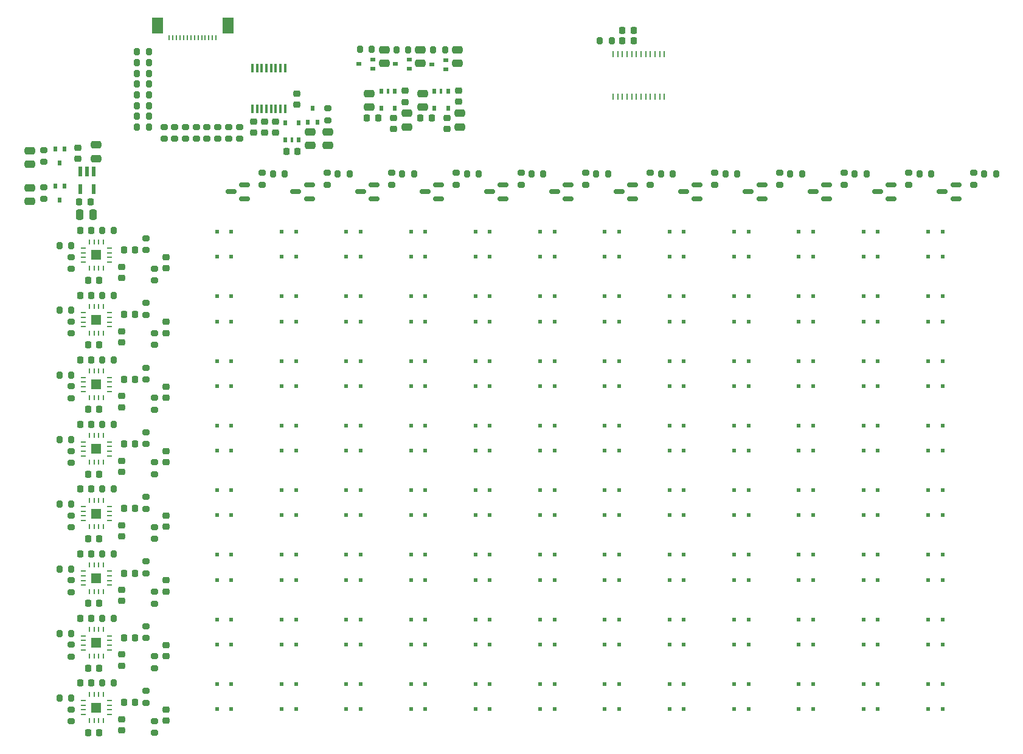
<source format=gbp>
%TF.GenerationSoftware,KiCad,Pcbnew,(6.0.5)*%
%TF.CreationDate,2022-11-15T17:21:09-05:00*%
%TF.ProjectId,OPSpec_v0.1.0-rounded,4f505370-6563-45f7-9630-2e312e302d72,rev?*%
%TF.SameCoordinates,Original*%
%TF.FileFunction,Paste,Bot*%
%TF.FilePolarity,Positive*%
%FSLAX46Y46*%
G04 Gerber Fmt 4.6, Leading zero omitted, Abs format (unit mm)*
G04 Created by KiCad (PCBNEW (6.0.5)) date 2022-11-15 17:21:09*
%MOMM*%
%LPD*%
G01*
G04 APERTURE LIST*
G04 Aperture macros list*
%AMRoundRect*
0 Rectangle with rounded corners*
0 $1 Rounding radius*
0 $2 $3 $4 $5 $6 $7 $8 $9 X,Y pos of 4 corners*
0 Add a 4 corners polygon primitive as box body*
4,1,4,$2,$3,$4,$5,$6,$7,$8,$9,$2,$3,0*
0 Add four circle primitives for the rounded corners*
1,1,$1+$1,$2,$3*
1,1,$1+$1,$4,$5*
1,1,$1+$1,$6,$7*
1,1,$1+$1,$8,$9*
0 Add four rect primitives between the rounded corners*
20,1,$1+$1,$2,$3,$4,$5,0*
20,1,$1+$1,$4,$5,$6,$7,0*
20,1,$1+$1,$6,$7,$8,$9,0*
20,1,$1+$1,$8,$9,$2,$3,0*%
G04 Aperture macros list end*
%ADD10RoundRect,0.035000X0.235000X-0.250000X0.235000X0.250000X-0.235000X0.250000X-0.235000X-0.250000X0*%
%ADD11RoundRect,0.200000X0.275000X-0.200000X0.275000X0.200000X-0.275000X0.200000X-0.275000X-0.200000X0*%
%ADD12RoundRect,0.250000X0.475000X-0.250000X0.475000X0.250000X-0.475000X0.250000X-0.475000X-0.250000X0*%
%ADD13RoundRect,0.200000X-0.275000X0.200000X-0.275000X-0.200000X0.275000X-0.200000X0.275000X0.200000X0*%
%ADD14RoundRect,0.225000X-0.225000X-0.250000X0.225000X-0.250000X0.225000X0.250000X-0.225000X0.250000X0*%
%ADD15RoundRect,0.225000X0.250000X-0.225000X0.250000X0.225000X-0.250000X0.225000X-0.250000X-0.225000X0*%
%ADD16RoundRect,0.225000X0.225000X0.250000X-0.225000X0.250000X-0.225000X-0.250000X0.225000X-0.250000X0*%
%ADD17R,0.695000X0.540000*%
%ADD18RoundRect,0.200000X0.200000X0.275000X-0.200000X0.275000X-0.200000X-0.275000X0.200000X-0.275000X0*%
%ADD19R,0.224000X0.640000*%
%ADD20R,0.640000X0.224000*%
%ADD21R,1.350000X1.350000*%
%ADD22RoundRect,0.250000X0.250000X0.475000X-0.250000X0.475000X-0.250000X-0.475000X0.250000X-0.475000X0*%
%ADD23RoundRect,0.225000X-0.250000X0.225000X-0.250000X-0.225000X0.250000X-0.225000X0.250000X0.225000X0*%
%ADD24R,0.560000X0.700000*%
%ADD25R,0.420000X0.700000*%
%ADD26RoundRect,0.200000X-0.200000X-0.275000X0.200000X-0.275000X0.200000X0.275000X-0.200000X0.275000X0*%
%ADD27RoundRect,0.150000X0.587500X0.150000X-0.587500X0.150000X-0.587500X-0.150000X0.587500X-0.150000X0*%
%ADD28RoundRect,0.000000X-0.140000X0.516250X-0.140000X-0.516250X0.140000X-0.516250X0.140000X0.516250X0*%
%ADD29R,0.540000X0.695000*%
%ADD30R,0.210000X0.770000*%
%ADD31R,1.610000X2.170000*%
%ADD32RoundRect,0.250000X-0.475000X0.250000X-0.475000X-0.250000X0.475000X-0.250000X0.475000X0.250000X0*%
%ADD33R,0.600000X1.400000*%
%ADD34R,0.288000X0.944000*%
G04 APERTURE END LIST*
D10*
X151980000Y-230240000D03*
X153980000Y-230240000D03*
X151980000Y-226740000D03*
X153980000Y-226740000D03*
X133980000Y-257240000D03*
X135980000Y-257240000D03*
X133980000Y-253740000D03*
X135980000Y-253740000D03*
X196980000Y-230240000D03*
X198980000Y-230240000D03*
X196980000Y-226740000D03*
X198980000Y-226740000D03*
X169980000Y-221240000D03*
X171980000Y-221240000D03*
X169980000Y-217740000D03*
X171980000Y-217740000D03*
X205980000Y-239240000D03*
X207980000Y-239240000D03*
X205980000Y-235740000D03*
X207980000Y-235740000D03*
X151980000Y-221240000D03*
X153980000Y-221240000D03*
X151980000Y-217740000D03*
X153980000Y-217740000D03*
X187980000Y-212240000D03*
X189980000Y-212240000D03*
X187980000Y-208740000D03*
X189980000Y-208740000D03*
X115980000Y-239240000D03*
X117980000Y-239240000D03*
X115980000Y-235740000D03*
X117980000Y-235740000D03*
X133980000Y-221240000D03*
X135980000Y-221240000D03*
X133980000Y-217740000D03*
X135980000Y-217740000D03*
X187980000Y-266240000D03*
X189980000Y-266240000D03*
X187980000Y-262740000D03*
X189980000Y-262740000D03*
X187980000Y-203240000D03*
X189980000Y-203240000D03*
X187980000Y-199740000D03*
X189980000Y-199740000D03*
X214980000Y-212240000D03*
X216980000Y-212240000D03*
X214980000Y-208740000D03*
X216980000Y-208740000D03*
X169980000Y-266240000D03*
X171980000Y-266240000D03*
X169980000Y-262740000D03*
X171980000Y-262740000D03*
X196980000Y-248240000D03*
X198980000Y-248240000D03*
X196980000Y-244740000D03*
X198980000Y-244740000D03*
X115980000Y-230240000D03*
X117980000Y-230240000D03*
X115980000Y-226740000D03*
X117980000Y-226740000D03*
X160980000Y-212240000D03*
X162980000Y-212240000D03*
X160980000Y-208740000D03*
X162980000Y-208740000D03*
X196980000Y-257240000D03*
X198980000Y-257240000D03*
X196980000Y-253740000D03*
X198980000Y-253740000D03*
X133980000Y-203240000D03*
X135980000Y-203240000D03*
X133980000Y-199740000D03*
X135980000Y-199740000D03*
X124980000Y-239240000D03*
X126980000Y-239240000D03*
X124980000Y-235740000D03*
X126980000Y-235740000D03*
X115980000Y-203240000D03*
X117980000Y-203240000D03*
X115980000Y-199740000D03*
X117980000Y-199740000D03*
X115980000Y-221240000D03*
X117980000Y-221240000D03*
X115980000Y-217740000D03*
X117980000Y-217740000D03*
X178980000Y-248240000D03*
X180980000Y-248240000D03*
X178980000Y-244740000D03*
X180980000Y-244740000D03*
X196980000Y-212240000D03*
X198980000Y-212240000D03*
X196980000Y-208740000D03*
X198980000Y-208740000D03*
X214980000Y-257240000D03*
X216980000Y-257240000D03*
X214980000Y-253740000D03*
X216980000Y-253740000D03*
X151980000Y-248240000D03*
X153980000Y-248240000D03*
X151980000Y-244740000D03*
X153980000Y-244740000D03*
X196980000Y-221240000D03*
X198980000Y-221240000D03*
X196980000Y-217740000D03*
X198980000Y-217740000D03*
X205980000Y-266240000D03*
X207980000Y-266240000D03*
X205980000Y-262740000D03*
X207980000Y-262740000D03*
X151980000Y-266240000D03*
X153980000Y-266240000D03*
X151980000Y-262740000D03*
X153980000Y-262740000D03*
X205980000Y-212240000D03*
X207980000Y-212240000D03*
X205980000Y-208740000D03*
X207980000Y-208740000D03*
X142980000Y-203240000D03*
X144980000Y-203240000D03*
X142980000Y-199740000D03*
X144980000Y-199740000D03*
X187980000Y-239240000D03*
X189980000Y-239240000D03*
X187980000Y-235740000D03*
X189980000Y-235740000D03*
X133980000Y-239240000D03*
X135980000Y-239240000D03*
X133980000Y-235740000D03*
X135980000Y-235740000D03*
X142980000Y-230240000D03*
X144980000Y-230240000D03*
X142980000Y-226740000D03*
X144980000Y-226740000D03*
X214980000Y-230240000D03*
X216980000Y-230240000D03*
X214980000Y-226740000D03*
X216980000Y-226740000D03*
X214980000Y-239240000D03*
X216980000Y-239240000D03*
X214980000Y-235740000D03*
X216980000Y-235740000D03*
X151980000Y-257240000D03*
X153980000Y-257240000D03*
X151980000Y-253740000D03*
X153980000Y-253740000D03*
X187980000Y-248240000D03*
X189980000Y-248240000D03*
X187980000Y-244740000D03*
X189980000Y-244740000D03*
X169980000Y-203240000D03*
X171980000Y-203240000D03*
X169980000Y-199740000D03*
X171980000Y-199740000D03*
X124980000Y-257240000D03*
X126980000Y-257240000D03*
X124980000Y-253740000D03*
X126980000Y-253740000D03*
X115980000Y-248240000D03*
X117980000Y-248240000D03*
X115980000Y-244740000D03*
X117980000Y-244740000D03*
X178980000Y-266240000D03*
X180980000Y-266240000D03*
X178980000Y-262740000D03*
X180980000Y-262740000D03*
X115980000Y-266240000D03*
X117980000Y-266240000D03*
X115980000Y-262740000D03*
X117980000Y-262740000D03*
X142980000Y-248240000D03*
X144980000Y-248240000D03*
X142980000Y-244740000D03*
X144980000Y-244740000D03*
X160980000Y-266240000D03*
X162980000Y-266240000D03*
X160980000Y-262740000D03*
X162980000Y-262740000D03*
X133980000Y-266240000D03*
X135980000Y-266240000D03*
X133980000Y-262740000D03*
X135980000Y-262740000D03*
X151980000Y-212240000D03*
X153980000Y-212240000D03*
X151980000Y-208740000D03*
X153980000Y-208740000D03*
X187980000Y-230240000D03*
X189980000Y-230240000D03*
X187980000Y-226740000D03*
X189980000Y-226740000D03*
X205980000Y-203240000D03*
X207980000Y-203240000D03*
X205980000Y-199740000D03*
X207980000Y-199740000D03*
X196980000Y-266240000D03*
X198980000Y-266240000D03*
X196980000Y-262740000D03*
X198980000Y-262740000D03*
X142980000Y-266240000D03*
X144980000Y-266240000D03*
X142980000Y-262740000D03*
X144980000Y-262740000D03*
X169980000Y-239240000D03*
X171980000Y-239240000D03*
X169980000Y-235740000D03*
X171980000Y-235740000D03*
X169980000Y-257240000D03*
X171980000Y-257240000D03*
X169980000Y-253740000D03*
X171980000Y-253740000D03*
X142980000Y-257240000D03*
X144980000Y-257240000D03*
X142980000Y-253740000D03*
X144980000Y-253740000D03*
X178980000Y-230240000D03*
X180980000Y-230240000D03*
X178980000Y-226740000D03*
X180980000Y-226740000D03*
X142980000Y-212240000D03*
X144980000Y-212240000D03*
X142980000Y-208740000D03*
X144980000Y-208740000D03*
X178980000Y-212240000D03*
X180980000Y-212240000D03*
X178980000Y-208740000D03*
X180980000Y-208740000D03*
X160980000Y-203240000D03*
X162980000Y-203240000D03*
X160980000Y-199740000D03*
X162980000Y-199740000D03*
X169980000Y-248240000D03*
X171980000Y-248240000D03*
X169980000Y-244740000D03*
X171980000Y-244740000D03*
X178980000Y-257240000D03*
X180980000Y-257240000D03*
X178980000Y-253740000D03*
X180980000Y-253740000D03*
X124980000Y-203240000D03*
X126980000Y-203240000D03*
X124980000Y-199740000D03*
X126980000Y-199740000D03*
X169980000Y-230240000D03*
X171980000Y-230240000D03*
X169980000Y-226740000D03*
X171980000Y-226740000D03*
X115980000Y-212240000D03*
X117980000Y-212240000D03*
X115980000Y-208740000D03*
X117980000Y-208740000D03*
X187980000Y-257240000D03*
X189980000Y-257240000D03*
X187980000Y-253740000D03*
X189980000Y-253740000D03*
X133980000Y-212240000D03*
X135980000Y-212240000D03*
X133980000Y-208740000D03*
X135980000Y-208740000D03*
X133980000Y-248240000D03*
X135980000Y-248240000D03*
X133980000Y-244740000D03*
X135980000Y-244740000D03*
X160980000Y-248240000D03*
X162980000Y-248240000D03*
X160980000Y-244740000D03*
X162980000Y-244740000D03*
X133980000Y-230240000D03*
X135980000Y-230240000D03*
X133980000Y-226740000D03*
X135980000Y-226740000D03*
X205980000Y-257240000D03*
X207980000Y-257240000D03*
X205980000Y-253740000D03*
X207980000Y-253740000D03*
X124980000Y-221240000D03*
X126980000Y-221240000D03*
X124980000Y-217740000D03*
X126980000Y-217740000D03*
X142980000Y-221240000D03*
X144980000Y-221240000D03*
X142980000Y-217740000D03*
X144980000Y-217740000D03*
X196980000Y-239240000D03*
X198980000Y-239240000D03*
X196980000Y-235740000D03*
X198980000Y-235740000D03*
X169980000Y-212240000D03*
X171980000Y-212240000D03*
X169980000Y-208740000D03*
X171980000Y-208740000D03*
X124980000Y-248240000D03*
X126980000Y-248240000D03*
X124980000Y-244740000D03*
X126980000Y-244740000D03*
X214980000Y-203240000D03*
X216980000Y-203240000D03*
X214980000Y-199740000D03*
X216980000Y-199740000D03*
X178980000Y-203240000D03*
X180980000Y-203240000D03*
X178980000Y-199740000D03*
X180980000Y-199740000D03*
X124980000Y-212240000D03*
X126980000Y-212240000D03*
X124980000Y-208740000D03*
X126980000Y-208740000D03*
X214980000Y-221240000D03*
X216980000Y-221240000D03*
X214980000Y-217740000D03*
X216980000Y-217740000D03*
X178980000Y-221240000D03*
X180980000Y-221240000D03*
X178980000Y-217740000D03*
X180980000Y-217740000D03*
X187980000Y-221240000D03*
X189980000Y-221240000D03*
X187980000Y-217740000D03*
X189980000Y-217740000D03*
X205980000Y-230240000D03*
X207980000Y-230240000D03*
X205980000Y-226740000D03*
X207980000Y-226740000D03*
X214980000Y-266240000D03*
X216980000Y-266240000D03*
X214980000Y-262740000D03*
X216980000Y-262740000D03*
X151980000Y-203240000D03*
X153980000Y-203240000D03*
X151980000Y-199740000D03*
X153980000Y-199740000D03*
X151980000Y-239240000D03*
X153980000Y-239240000D03*
X151980000Y-235740000D03*
X153980000Y-235740000D03*
X124980000Y-230240000D03*
X126980000Y-230240000D03*
X124980000Y-226740000D03*
X126980000Y-226740000D03*
X160980000Y-257240000D03*
X162980000Y-257240000D03*
X160980000Y-253740000D03*
X162980000Y-253740000D03*
X214980000Y-248240000D03*
X216980000Y-248240000D03*
X214980000Y-244740000D03*
X216980000Y-244740000D03*
X160980000Y-221240000D03*
X162980000Y-221240000D03*
X160980000Y-217740000D03*
X162980000Y-217740000D03*
X178980000Y-239240000D03*
X180980000Y-239240000D03*
X178980000Y-235740000D03*
X180980000Y-235740000D03*
X142980000Y-239240000D03*
X144980000Y-239240000D03*
X142980000Y-235740000D03*
X144980000Y-235740000D03*
X160980000Y-230240000D03*
X162980000Y-230240000D03*
X160980000Y-226740000D03*
X162980000Y-226740000D03*
X205980000Y-221240000D03*
X207980000Y-221240000D03*
X205980000Y-217740000D03*
X207980000Y-217740000D03*
X196980000Y-203240000D03*
X198980000Y-203240000D03*
X196980000Y-199740000D03*
X198980000Y-199740000D03*
X115980000Y-257240000D03*
X117980000Y-257240000D03*
X115980000Y-253740000D03*
X117980000Y-253740000D03*
X205980000Y-248240000D03*
X207980000Y-248240000D03*
X205980000Y-244740000D03*
X207980000Y-244740000D03*
X160980000Y-239240000D03*
X162980000Y-239240000D03*
X160980000Y-235740000D03*
X162980000Y-235740000D03*
X124980000Y-266240000D03*
X126980000Y-266240000D03*
X124980000Y-262740000D03*
X126980000Y-262740000D03*
D11*
X107300000Y-269525000D03*
X107300000Y-267875000D03*
D12*
X89898500Y-195548500D03*
X89898500Y-193648500D03*
D13*
X110100000Y-185175000D03*
X110100000Y-186825000D03*
D14*
X103025000Y-247300000D03*
X104575000Y-247300000D03*
D15*
X102700000Y-206175000D03*
X102700000Y-204625000D03*
D14*
X98025000Y-224500000D03*
X99575000Y-224500000D03*
D16*
X127174338Y-188600000D03*
X125624338Y-188600000D03*
D14*
X96950000Y-226600000D03*
X98500000Y-226600000D03*
X98025000Y-242500000D03*
X99575000Y-242500000D03*
D12*
X128999338Y-187750000D03*
X128999338Y-185850000D03*
D14*
X96950000Y-217600000D03*
X98500000Y-217600000D03*
D11*
X212300000Y-193225000D03*
X212300000Y-191575000D03*
D15*
X102700000Y-215175000D03*
X102700000Y-213625000D03*
D17*
X137672000Y-175750000D03*
X137672000Y-177050000D03*
X135728000Y-176400000D03*
D13*
X106100000Y-227675000D03*
X106100000Y-229325000D03*
D14*
X103025000Y-220300000D03*
X104575000Y-220300000D03*
X96950000Y-235600000D03*
X98500000Y-235600000D03*
D18*
X152425000Y-191700000D03*
X150775000Y-191700000D03*
D14*
X98025000Y-233500000D03*
X99575000Y-233500000D03*
D19*
X100175000Y-267850000D03*
X99525000Y-267850000D03*
X98875000Y-267850000D03*
X98225000Y-267850000D03*
D20*
X97350000Y-266975000D03*
X97350000Y-266325000D03*
X97350000Y-265675000D03*
X97350000Y-265025000D03*
D19*
X98225000Y-264150000D03*
X98875000Y-264150000D03*
X99525000Y-264150000D03*
X100175000Y-264150000D03*
D20*
X101050000Y-265025000D03*
X101050000Y-265675000D03*
X101050000Y-266325000D03*
X101050000Y-266975000D03*
D21*
X99200000Y-266000000D03*
D14*
X172425000Y-173200000D03*
X173975000Y-173200000D03*
D13*
X116100000Y-185175000D03*
X116100000Y-186825000D03*
D22*
X98750000Y-197400000D03*
X96850000Y-197400000D03*
D23*
X108900000Y-230300000D03*
X108900000Y-231850000D03*
D24*
X138850000Y-180146500D03*
D25*
X139800000Y-180146500D03*
D24*
X140750000Y-180146500D03*
X140750000Y-182546500D03*
X138850000Y-182546500D03*
D15*
X102700000Y-251175000D03*
X102700000Y-249625000D03*
D13*
X106100000Y-236675000D03*
X106100000Y-238325000D03*
X111600000Y-185175000D03*
X111600000Y-186825000D03*
D11*
X203300000Y-193225000D03*
X203300000Y-191575000D03*
D18*
X101625000Y-226600000D03*
X99975000Y-226600000D03*
D11*
X131300000Y-193225000D03*
X131300000Y-191575000D03*
D14*
X96950000Y-244600000D03*
X98500000Y-244600000D03*
D15*
X102700000Y-269175000D03*
X102700000Y-267625000D03*
D14*
X96950000Y-262600000D03*
X98500000Y-262600000D03*
X96950000Y-253600000D03*
X98500000Y-253600000D03*
X103025000Y-211300000D03*
X104575000Y-211300000D03*
D11*
X107300000Y-251525000D03*
X107300000Y-249875000D03*
D24*
X146250000Y-180146500D03*
D25*
X147200000Y-180146500D03*
D24*
X148150000Y-180146500D03*
X148150000Y-182546500D03*
X146250000Y-182546500D03*
D11*
X95700000Y-222925000D03*
X95700000Y-221275000D03*
D19*
X100175000Y-213850000D03*
X99525000Y-213850000D03*
X98875000Y-213850000D03*
X98225000Y-213850000D03*
D20*
X97350000Y-212975000D03*
X97350000Y-212325000D03*
X97350000Y-211675000D03*
X97350000Y-211025000D03*
D19*
X98225000Y-210150000D03*
X98875000Y-210150000D03*
X99525000Y-210150000D03*
X100175000Y-210150000D03*
D20*
X101050000Y-211025000D03*
X101050000Y-211675000D03*
X101050000Y-212325000D03*
X101050000Y-212975000D03*
D21*
X99200000Y-212000000D03*
D14*
X98025000Y-206500000D03*
X99575000Y-206500000D03*
D26*
X94075000Y-201700000D03*
X95725000Y-201700000D03*
D13*
X113100000Y-185175000D03*
X113100000Y-186825000D03*
D19*
X100175000Y-258850000D03*
X99525000Y-258850000D03*
X98875000Y-258850000D03*
X98225000Y-258850000D03*
D20*
X97350000Y-257975000D03*
X97350000Y-257325000D03*
X97350000Y-256675000D03*
X97350000Y-256025000D03*
D19*
X98225000Y-255150000D03*
X98875000Y-255150000D03*
X99525000Y-255150000D03*
X100175000Y-255150000D03*
D20*
X101050000Y-256025000D03*
X101050000Y-256675000D03*
X101050000Y-257325000D03*
X101050000Y-257975000D03*
D21*
X99200000Y-257000000D03*
D18*
X125425000Y-191700000D03*
X123775000Y-191700000D03*
D19*
X100175000Y-249850000D03*
X99525000Y-249850000D03*
X98875000Y-249850000D03*
X98225000Y-249850000D03*
D20*
X97350000Y-248975000D03*
X97350000Y-248325000D03*
X97350000Y-247675000D03*
X97350000Y-247025000D03*
D19*
X98225000Y-246150000D03*
X98875000Y-246150000D03*
X99525000Y-246150000D03*
X100175000Y-246150000D03*
D20*
X101050000Y-247025000D03*
X101050000Y-247675000D03*
X101050000Y-248325000D03*
X101050000Y-248975000D03*
D21*
X99200000Y-248000000D03*
D23*
X122600000Y-184425000D03*
X122600000Y-185975000D03*
D18*
X101625000Y-244600000D03*
X99975000Y-244600000D03*
D26*
X94075000Y-228700000D03*
X95725000Y-228700000D03*
D27*
X128837500Y-193250000D03*
X128837500Y-195150000D03*
X126962500Y-194200000D03*
X155837500Y-193250000D03*
X155837500Y-195150000D03*
X153962500Y-194200000D03*
D13*
X106100000Y-263675000D03*
X106100000Y-265325000D03*
D12*
X144325000Y-176325000D03*
X144325000Y-174425000D03*
D17*
X142772000Y-175750000D03*
X142772000Y-177050000D03*
X140828000Y-176400000D03*
D15*
X124100000Y-185975000D03*
X124100000Y-184425000D03*
D11*
X107300000Y-233525000D03*
X107300000Y-231875000D03*
D13*
X106100000Y-254675000D03*
X106100000Y-256325000D03*
D26*
X104850000Y-183700000D03*
X106500000Y-183700000D03*
D27*
X164837500Y-193250000D03*
X164837500Y-195150000D03*
X162962500Y-194200000D03*
D26*
X94075000Y-237700000D03*
X95725000Y-237700000D03*
D18*
X143425000Y-191700000D03*
X141775000Y-191700000D03*
X147725000Y-174400000D03*
X146075000Y-174400000D03*
D14*
X136875000Y-183950000D03*
X138425000Y-183950000D03*
D13*
X106100000Y-218675000D03*
X106100000Y-220325000D03*
D11*
X122300000Y-193225000D03*
X122300000Y-191575000D03*
D28*
X120925000Y-176937500D03*
X121575000Y-176937500D03*
X122225000Y-176937500D03*
X122875000Y-176937500D03*
X123525000Y-176937500D03*
X124175000Y-176937500D03*
X124825000Y-176937500D03*
X125475000Y-176937500D03*
X125475000Y-182662500D03*
X124825000Y-182662500D03*
X124175000Y-182662500D03*
X123525000Y-182662500D03*
X122875000Y-182662500D03*
X122225000Y-182662500D03*
X121575000Y-182662500D03*
X120925000Y-182662500D03*
D14*
X103025000Y-256300000D03*
X104575000Y-256300000D03*
D26*
X104850000Y-185200000D03*
X106500000Y-185200000D03*
D11*
X107300000Y-242525000D03*
X107300000Y-240875000D03*
D26*
X94075000Y-255700000D03*
X95725000Y-255700000D03*
D11*
X107300000Y-215525000D03*
X107300000Y-213875000D03*
D14*
X103025000Y-229300000D03*
X104575000Y-229300000D03*
D15*
X142200000Y-181675000D03*
X142200000Y-180125000D03*
D18*
X215425000Y-191700000D03*
X213775000Y-191700000D03*
D12*
X89898500Y-190348500D03*
X89898500Y-188448500D03*
D13*
X119100000Y-185175000D03*
X119100000Y-186825000D03*
D26*
X104850000Y-177700000D03*
X106500000Y-177700000D03*
D18*
X179425000Y-191700000D03*
X177775000Y-191700000D03*
D11*
X95700000Y-249925000D03*
X95700000Y-248275000D03*
D23*
X108900000Y-203300000D03*
X108900000Y-204850000D03*
D26*
X104850000Y-182200000D03*
X106500000Y-182200000D03*
D18*
X101625000Y-253600000D03*
X99975000Y-253600000D03*
D23*
X108900000Y-266300000D03*
X108900000Y-267850000D03*
D14*
X103025000Y-238300000D03*
X104575000Y-238300000D03*
X96950000Y-208600000D03*
X98500000Y-208600000D03*
D29*
X93448500Y-188226500D03*
X94748500Y-188226500D03*
X94098500Y-190170500D03*
D18*
X224425000Y-191700000D03*
X222775000Y-191700000D03*
D19*
X100175000Y-231850000D03*
X99525000Y-231850000D03*
X98875000Y-231850000D03*
X98225000Y-231850000D03*
D20*
X97350000Y-230975000D03*
X97350000Y-230325000D03*
X97350000Y-229675000D03*
X97350000Y-229025000D03*
D19*
X98225000Y-228150000D03*
X98875000Y-228150000D03*
X99525000Y-228150000D03*
X100175000Y-228150000D03*
D20*
X101050000Y-229025000D03*
X101050000Y-229675000D03*
X101050000Y-230325000D03*
X101050000Y-230975000D03*
D21*
X99200000Y-230000000D03*
D26*
X94075000Y-210700000D03*
X95725000Y-210700000D03*
D13*
X106100000Y-245675000D03*
X106100000Y-247325000D03*
D27*
X182837500Y-193250000D03*
X182837500Y-195150000D03*
X180962500Y-194200000D03*
D15*
X140600000Y-185475000D03*
X140600000Y-183925000D03*
D19*
X100175000Y-222850000D03*
X99525000Y-222850000D03*
X98875000Y-222850000D03*
X98225000Y-222850000D03*
D20*
X97350000Y-221975000D03*
X97350000Y-221325000D03*
X97350000Y-220675000D03*
X97350000Y-220025000D03*
D19*
X98225000Y-219150000D03*
X98875000Y-219150000D03*
X99525000Y-219150000D03*
X100175000Y-219150000D03*
D20*
X101050000Y-220025000D03*
X101050000Y-220675000D03*
X101050000Y-221325000D03*
X101050000Y-221975000D03*
D21*
X99200000Y-221000000D03*
D18*
X101625000Y-262600000D03*
X99975000Y-262600000D03*
D16*
X98375000Y-195600000D03*
X96825000Y-195600000D03*
D11*
X95700000Y-231925000D03*
X95700000Y-230275000D03*
D18*
X188425000Y-191700000D03*
X186775000Y-191700000D03*
D29*
X129949338Y-184472000D03*
X128649338Y-184472000D03*
X129299338Y-182528000D03*
D23*
X96598500Y-188023500D03*
X96598500Y-189573500D03*
D27*
X200837500Y-193250000D03*
X200837500Y-195150000D03*
X198962500Y-194200000D03*
D11*
X95700000Y-267925000D03*
X95700000Y-266275000D03*
D27*
X218837500Y-193250000D03*
X218837500Y-195150000D03*
X216962500Y-194200000D03*
D11*
X176300000Y-193225000D03*
X176300000Y-191575000D03*
D18*
X170925000Y-173200000D03*
X169275000Y-173200000D03*
D13*
X108600000Y-185175000D03*
X108600000Y-186825000D03*
X106100000Y-200675000D03*
X106100000Y-202325000D03*
D23*
X108900000Y-257300000D03*
X108900000Y-258850000D03*
D11*
X95700000Y-204925000D03*
X95700000Y-203275000D03*
D15*
X102700000Y-233175000D03*
X102700000Y-231625000D03*
X102700000Y-224175000D03*
X102700000Y-222625000D03*
D13*
X91898500Y-193548500D03*
X91898500Y-195198500D03*
D30*
X109350000Y-172775000D03*
X109850000Y-172775000D03*
X110350000Y-172775000D03*
X110850000Y-172775000D03*
X111350000Y-172775000D03*
X111850000Y-172775000D03*
X112350000Y-172775000D03*
X112850000Y-172775000D03*
X113350000Y-172775000D03*
X113850000Y-172775000D03*
X114350000Y-172775000D03*
X114850000Y-172775000D03*
X115350000Y-172775000D03*
X115850000Y-172775000D03*
D31*
X117520000Y-171075000D03*
X107680000Y-171075000D03*
D32*
X137150000Y-180500000D03*
X137150000Y-182400000D03*
D23*
X108900000Y-212300000D03*
X108900000Y-213850000D03*
D14*
X98025000Y-269500000D03*
X99575000Y-269500000D03*
D18*
X161425000Y-191700000D03*
X159775000Y-191700000D03*
D32*
X99198500Y-187648500D03*
X99198500Y-189548500D03*
D18*
X197425000Y-191700000D03*
X195775000Y-191700000D03*
D32*
X144600000Y-180496500D03*
X144600000Y-182396500D03*
D24*
X127349338Y-187000000D03*
D25*
X126399338Y-187000000D03*
D24*
X125449338Y-187000000D03*
X125449338Y-184600000D03*
X127349338Y-184600000D03*
D27*
X173837500Y-193250000D03*
X173837500Y-195150000D03*
X171962500Y-194200000D03*
D23*
X108900000Y-221300000D03*
X108900000Y-222850000D03*
D19*
X100175000Y-240850000D03*
X99525000Y-240850000D03*
X98875000Y-240850000D03*
X98225000Y-240850000D03*
D20*
X97350000Y-239975000D03*
X97350000Y-239325000D03*
X97350000Y-238675000D03*
X97350000Y-238025000D03*
D19*
X98225000Y-237150000D03*
X98875000Y-237150000D03*
X99525000Y-237150000D03*
X100175000Y-237150000D03*
D20*
X101050000Y-238025000D03*
X101050000Y-238675000D03*
X101050000Y-239325000D03*
X101050000Y-239975000D03*
D21*
X99200000Y-239000000D03*
D13*
X117600000Y-185175000D03*
X117600000Y-186825000D03*
X106100000Y-209675000D03*
X106100000Y-211325000D03*
D14*
X103025000Y-265300000D03*
X104575000Y-265300000D03*
D11*
X194300000Y-193225000D03*
X194300000Y-191575000D03*
D14*
X98025000Y-260500000D03*
X99575000Y-260500000D03*
D23*
X108900000Y-239300000D03*
X108900000Y-240850000D03*
D15*
X148000000Y-185475000D03*
X148000000Y-183925000D03*
D18*
X101625000Y-208600000D03*
X99975000Y-208600000D03*
D17*
X147872000Y-175850000D03*
X147872000Y-177150000D03*
X145928000Y-176500000D03*
D26*
X104850000Y-179200000D03*
X106500000Y-179200000D03*
D11*
X95700000Y-240925000D03*
X95700000Y-239275000D03*
X149300000Y-193225000D03*
X149300000Y-191575000D03*
D12*
X149800000Y-185150000D03*
X149800000Y-183250000D03*
D26*
X104850000Y-180700000D03*
X106500000Y-180700000D03*
D13*
X91898500Y-188373500D03*
X91898500Y-190023500D03*
D11*
X107300000Y-206525000D03*
X107300000Y-204875000D03*
D14*
X98025000Y-215500000D03*
X99575000Y-215500000D03*
D27*
X191837500Y-193250000D03*
X191837500Y-195150000D03*
X189962500Y-194200000D03*
D26*
X94075000Y-246700000D03*
X95725000Y-246700000D03*
D23*
X108900000Y-248300000D03*
X108900000Y-249850000D03*
D11*
X95700000Y-258925000D03*
X95700000Y-257275000D03*
D14*
X103025000Y-202300000D03*
X104575000Y-202300000D03*
D26*
X104850000Y-176200000D03*
X106500000Y-176200000D03*
D12*
X149450000Y-176300000D03*
X149450000Y-174400000D03*
D11*
X185300000Y-193225000D03*
X185300000Y-191575000D03*
D26*
X94075000Y-219700000D03*
X95725000Y-219700000D03*
D14*
X96950000Y-199600000D03*
X98500000Y-199600000D03*
D11*
X158300000Y-193225000D03*
X158300000Y-191575000D03*
D12*
X142400000Y-185150000D03*
X142400000Y-183250000D03*
D11*
X107300000Y-224525000D03*
X107300000Y-222875000D03*
X167300000Y-193225000D03*
X167300000Y-191575000D03*
D18*
X101625000Y-217600000D03*
X99975000Y-217600000D03*
D11*
X131399338Y-184225000D03*
X131399338Y-182575000D03*
D18*
X170425000Y-191700000D03*
X168775000Y-191700000D03*
D27*
X209837500Y-193250000D03*
X209837500Y-195150000D03*
X207962500Y-194200000D03*
D11*
X221300000Y-193225000D03*
X221300000Y-191575000D03*
D18*
X101625000Y-235600000D03*
X99975000Y-235600000D03*
D12*
X131400000Y-187750000D03*
X131400000Y-185850000D03*
D27*
X137837500Y-193250000D03*
X137837500Y-195150000D03*
X135962500Y-194200000D03*
D15*
X102700000Y-260175000D03*
X102700000Y-258625000D03*
D18*
X137525000Y-174350000D03*
X135875000Y-174350000D03*
D11*
X95700000Y-213925000D03*
X95700000Y-212275000D03*
D14*
X98025000Y-251500000D03*
X99575000Y-251500000D03*
D15*
X102700000Y-242175000D03*
X102700000Y-240625000D03*
D18*
X101625000Y-199600000D03*
X99975000Y-199600000D03*
D29*
X93448500Y-193401500D03*
X94748500Y-193401500D03*
X94098500Y-195345500D03*
D18*
X134425000Y-191700000D03*
X132775000Y-191700000D03*
D11*
X140300000Y-193225000D03*
X140300000Y-191575000D03*
D26*
X94075000Y-264700000D03*
X95725000Y-264700000D03*
D11*
X107300000Y-260525000D03*
X107300000Y-258875000D03*
D33*
X96948500Y-191348500D03*
X97898500Y-191348500D03*
X98848500Y-191348500D03*
X98848500Y-193848500D03*
X96948500Y-193848500D03*
D15*
X127100000Y-182075000D03*
X127100000Y-180525000D03*
X149600000Y-181668000D03*
X149600000Y-180118000D03*
D27*
X119837500Y-193250000D03*
X119837500Y-195150000D03*
X117962500Y-194200000D03*
D12*
X139250000Y-176300000D03*
X139250000Y-174400000D03*
D27*
X146837500Y-193250000D03*
X146837500Y-195150000D03*
X144962500Y-194200000D03*
D19*
X100175000Y-204850000D03*
X99525000Y-204850000D03*
X98875000Y-204850000D03*
X98225000Y-204850000D03*
D20*
X97350000Y-203975000D03*
X97350000Y-203325000D03*
X97350000Y-202675000D03*
X97350000Y-202025000D03*
D19*
X98225000Y-201150000D03*
X98875000Y-201150000D03*
X99525000Y-201150000D03*
X100175000Y-201150000D03*
D20*
X101050000Y-202025000D03*
X101050000Y-202675000D03*
X101050000Y-203325000D03*
X101050000Y-203975000D03*
D21*
X99200000Y-203000000D03*
D26*
X104850000Y-174700000D03*
X106500000Y-174700000D03*
D34*
X171125000Y-175062000D03*
X171775000Y-175062000D03*
X172425000Y-175062000D03*
X173075000Y-175062000D03*
X173725000Y-175062000D03*
X174375000Y-175062000D03*
X175025000Y-175062000D03*
X175675000Y-175062000D03*
X176325000Y-175062000D03*
X176975000Y-175062000D03*
X177625000Y-175062000D03*
X178275000Y-175062000D03*
X178275000Y-180938000D03*
X177625000Y-180938000D03*
X176975000Y-180938000D03*
X176325000Y-180938000D03*
X175675000Y-180938000D03*
X175025000Y-180938000D03*
X174375000Y-180938000D03*
X173725000Y-180938000D03*
X173075000Y-180938000D03*
X172425000Y-180938000D03*
X171775000Y-180938000D03*
X171125000Y-180938000D03*
D14*
X144325000Y-183946500D03*
X145875000Y-183946500D03*
D16*
X173975000Y-171700000D03*
X172425000Y-171700000D03*
D18*
X206425000Y-191700000D03*
X204775000Y-191700000D03*
X142625000Y-174400000D03*
X140975000Y-174400000D03*
D15*
X121100000Y-185975000D03*
X121100000Y-184425000D03*
D13*
X114600000Y-185175000D03*
X114600000Y-186825000D03*
M02*

</source>
